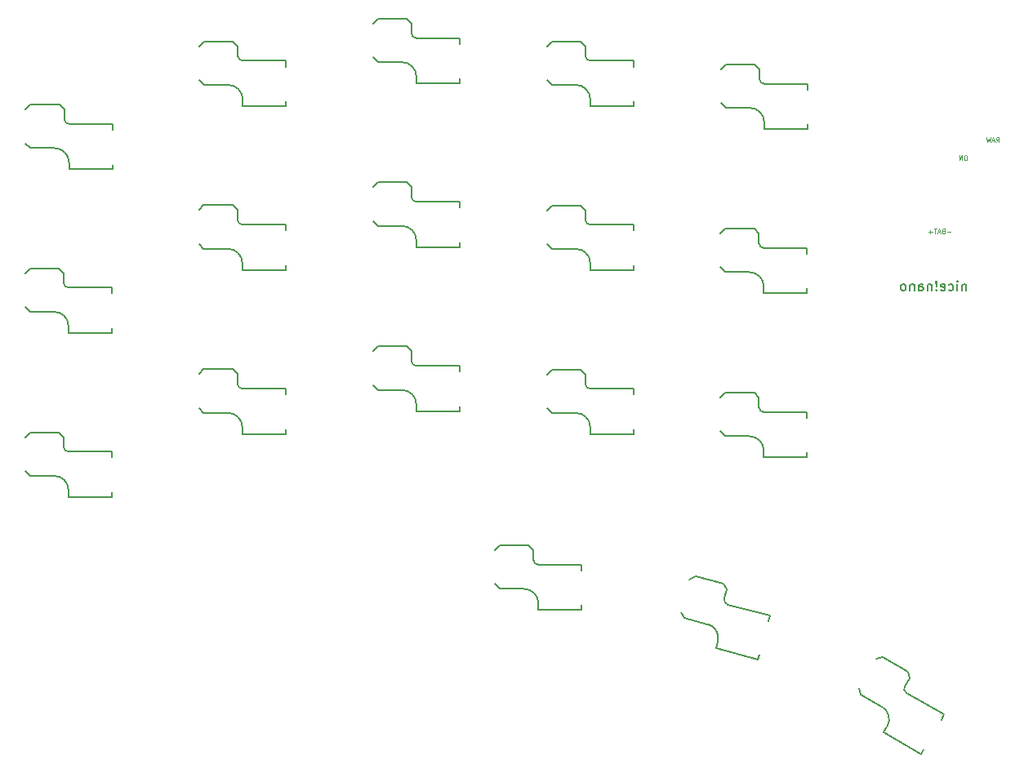
<source format=gbr>
%TF.GenerationSoftware,KiCad,Pcbnew,8.0.4*%
%TF.CreationDate,2024-09-02T16:48:55+07:00*%
%TF.ProjectId,cc36-rounded,63633336-2d72-46f7-956e-6465642e6b69,rev?*%
%TF.SameCoordinates,Original*%
%TF.FileFunction,Legend,Bot*%
%TF.FilePolarity,Positive*%
%FSLAX46Y46*%
G04 Gerber Fmt 4.6, Leading zero omitted, Abs format (unit mm)*
G04 Created by KiCad (PCBNEW 8.0.4) date 2024-09-02 16:48:55*
%MOMM*%
%LPD*%
G01*
G04 APERTURE LIST*
%ADD10C,0.125000*%
%ADD11C,0.200000*%
%ADD12C,0.150000*%
G04 APERTURE END LIST*
D10*
X179834761Y-70544333D02*
X179453809Y-70544333D01*
X179049046Y-70472904D02*
X178977618Y-70496714D01*
X178977618Y-70496714D02*
X178953808Y-70520523D01*
X178953808Y-70520523D02*
X178929999Y-70568142D01*
X178929999Y-70568142D02*
X178929999Y-70639571D01*
X178929999Y-70639571D02*
X178953808Y-70687190D01*
X178953808Y-70687190D02*
X178977618Y-70711000D01*
X178977618Y-70711000D02*
X179025237Y-70734809D01*
X179025237Y-70734809D02*
X179215713Y-70734809D01*
X179215713Y-70734809D02*
X179215713Y-70234809D01*
X179215713Y-70234809D02*
X179049046Y-70234809D01*
X179049046Y-70234809D02*
X179001427Y-70258619D01*
X179001427Y-70258619D02*
X178977618Y-70282428D01*
X178977618Y-70282428D02*
X178953808Y-70330047D01*
X178953808Y-70330047D02*
X178953808Y-70377666D01*
X178953808Y-70377666D02*
X178977618Y-70425285D01*
X178977618Y-70425285D02*
X179001427Y-70449095D01*
X179001427Y-70449095D02*
X179049046Y-70472904D01*
X179049046Y-70472904D02*
X179215713Y-70472904D01*
X178739522Y-70591952D02*
X178501427Y-70591952D01*
X178787141Y-70734809D02*
X178620475Y-70234809D01*
X178620475Y-70234809D02*
X178453808Y-70734809D01*
X178358570Y-70234809D02*
X178072856Y-70234809D01*
X178215713Y-70734809D02*
X178215713Y-70234809D01*
X177906190Y-70544333D02*
X177525238Y-70544333D01*
X177715714Y-70734809D02*
X177715714Y-70353857D01*
X181415570Y-62624809D02*
X181320332Y-62624809D01*
X181320332Y-62624809D02*
X181272713Y-62648619D01*
X181272713Y-62648619D02*
X181225094Y-62696238D01*
X181225094Y-62696238D02*
X181201284Y-62791476D01*
X181201284Y-62791476D02*
X181201284Y-62958142D01*
X181201284Y-62958142D02*
X181225094Y-63053380D01*
X181225094Y-63053380D02*
X181272713Y-63101000D01*
X181272713Y-63101000D02*
X181320332Y-63124809D01*
X181320332Y-63124809D02*
X181415570Y-63124809D01*
X181415570Y-63124809D02*
X181463189Y-63101000D01*
X181463189Y-63101000D02*
X181510808Y-63053380D01*
X181510808Y-63053380D02*
X181534617Y-62958142D01*
X181534617Y-62958142D02*
X181534617Y-62791476D01*
X181534617Y-62791476D02*
X181510808Y-62696238D01*
X181510808Y-62696238D02*
X181463189Y-62648619D01*
X181463189Y-62648619D02*
X181415570Y-62624809D01*
X180986998Y-63124809D02*
X180986998Y-62624809D01*
X180986998Y-62624809D02*
X180701284Y-63124809D01*
X180701284Y-63124809D02*
X180701284Y-62624809D01*
D11*
X181417142Y-75989552D02*
X181417142Y-76656219D01*
X181417142Y-76084790D02*
X181369523Y-76037171D01*
X181369523Y-76037171D02*
X181274285Y-75989552D01*
X181274285Y-75989552D02*
X181131428Y-75989552D01*
X181131428Y-75989552D02*
X181036190Y-76037171D01*
X181036190Y-76037171D02*
X180988571Y-76132409D01*
X180988571Y-76132409D02*
X180988571Y-76656219D01*
X180512380Y-76656219D02*
X180512380Y-75989552D01*
X180512380Y-75656219D02*
X180559999Y-75703838D01*
X180559999Y-75703838D02*
X180512380Y-75751457D01*
X180512380Y-75751457D02*
X180464761Y-75703838D01*
X180464761Y-75703838D02*
X180512380Y-75656219D01*
X180512380Y-75656219D02*
X180512380Y-75751457D01*
X179607619Y-76608600D02*
X179702857Y-76656219D01*
X179702857Y-76656219D02*
X179893333Y-76656219D01*
X179893333Y-76656219D02*
X179988571Y-76608600D01*
X179988571Y-76608600D02*
X180036190Y-76560980D01*
X180036190Y-76560980D02*
X180083809Y-76465742D01*
X180083809Y-76465742D02*
X180083809Y-76180028D01*
X180083809Y-76180028D02*
X180036190Y-76084790D01*
X180036190Y-76084790D02*
X179988571Y-76037171D01*
X179988571Y-76037171D02*
X179893333Y-75989552D01*
X179893333Y-75989552D02*
X179702857Y-75989552D01*
X179702857Y-75989552D02*
X179607619Y-76037171D01*
X178798095Y-76608600D02*
X178893333Y-76656219D01*
X178893333Y-76656219D02*
X179083809Y-76656219D01*
X179083809Y-76656219D02*
X179179047Y-76608600D01*
X179179047Y-76608600D02*
X179226666Y-76513361D01*
X179226666Y-76513361D02*
X179226666Y-76132409D01*
X179226666Y-76132409D02*
X179179047Y-76037171D01*
X179179047Y-76037171D02*
X179083809Y-75989552D01*
X179083809Y-75989552D02*
X178893333Y-75989552D01*
X178893333Y-75989552D02*
X178798095Y-76037171D01*
X178798095Y-76037171D02*
X178750476Y-76132409D01*
X178750476Y-76132409D02*
X178750476Y-76227647D01*
X178750476Y-76227647D02*
X179226666Y-76322885D01*
X178321904Y-76560980D02*
X178274285Y-76608600D01*
X178274285Y-76608600D02*
X178321904Y-76656219D01*
X178321904Y-76656219D02*
X178369523Y-76608600D01*
X178369523Y-76608600D02*
X178321904Y-76560980D01*
X178321904Y-76560980D02*
X178321904Y-76656219D01*
X178321904Y-76275266D02*
X178369523Y-75703838D01*
X178369523Y-75703838D02*
X178321904Y-75656219D01*
X178321904Y-75656219D02*
X178274285Y-75703838D01*
X178274285Y-75703838D02*
X178321904Y-76275266D01*
X178321904Y-76275266D02*
X178321904Y-75656219D01*
X177845714Y-75989552D02*
X177845714Y-76656219D01*
X177845714Y-76084790D02*
X177798095Y-76037171D01*
X177798095Y-76037171D02*
X177702857Y-75989552D01*
X177702857Y-75989552D02*
X177560000Y-75989552D01*
X177560000Y-75989552D02*
X177464762Y-76037171D01*
X177464762Y-76037171D02*
X177417143Y-76132409D01*
X177417143Y-76132409D02*
X177417143Y-76656219D01*
X176512381Y-76656219D02*
X176512381Y-76132409D01*
X176512381Y-76132409D02*
X176560000Y-76037171D01*
X176560000Y-76037171D02*
X176655238Y-75989552D01*
X176655238Y-75989552D02*
X176845714Y-75989552D01*
X176845714Y-75989552D02*
X176940952Y-76037171D01*
X176512381Y-76608600D02*
X176607619Y-76656219D01*
X176607619Y-76656219D02*
X176845714Y-76656219D01*
X176845714Y-76656219D02*
X176940952Y-76608600D01*
X176940952Y-76608600D02*
X176988571Y-76513361D01*
X176988571Y-76513361D02*
X176988571Y-76418123D01*
X176988571Y-76418123D02*
X176940952Y-76322885D01*
X176940952Y-76322885D02*
X176845714Y-76275266D01*
X176845714Y-76275266D02*
X176607619Y-76275266D01*
X176607619Y-76275266D02*
X176512381Y-76227647D01*
X176036190Y-75989552D02*
X176036190Y-76656219D01*
X176036190Y-76084790D02*
X175988571Y-76037171D01*
X175988571Y-76037171D02*
X175893333Y-75989552D01*
X175893333Y-75989552D02*
X175750476Y-75989552D01*
X175750476Y-75989552D02*
X175655238Y-76037171D01*
X175655238Y-76037171D02*
X175607619Y-76132409D01*
X175607619Y-76132409D02*
X175607619Y-76656219D01*
X174988571Y-76656219D02*
X175083809Y-76608600D01*
X175083809Y-76608600D02*
X175131428Y-76560980D01*
X175131428Y-76560980D02*
X175179047Y-76465742D01*
X175179047Y-76465742D02*
X175179047Y-76180028D01*
X175179047Y-76180028D02*
X175131428Y-76084790D01*
X175131428Y-76084790D02*
X175083809Y-76037171D01*
X175083809Y-76037171D02*
X174988571Y-75989552D01*
X174988571Y-75989552D02*
X174845714Y-75989552D01*
X174845714Y-75989552D02*
X174750476Y-76037171D01*
X174750476Y-76037171D02*
X174702857Y-76084790D01*
X174702857Y-76084790D02*
X174655238Y-76180028D01*
X174655238Y-76180028D02*
X174655238Y-76465742D01*
X174655238Y-76465742D02*
X174702857Y-76560980D01*
X174702857Y-76560980D02*
X174750476Y-76608600D01*
X174750476Y-76608600D02*
X174845714Y-76656219D01*
X174845714Y-76656219D02*
X174988571Y-76656219D01*
D10*
X184547238Y-61248809D02*
X184713904Y-61010714D01*
X184832952Y-61248809D02*
X184832952Y-60748809D01*
X184832952Y-60748809D02*
X184642476Y-60748809D01*
X184642476Y-60748809D02*
X184594857Y-60772619D01*
X184594857Y-60772619D02*
X184571047Y-60796428D01*
X184571047Y-60796428D02*
X184547238Y-60844047D01*
X184547238Y-60844047D02*
X184547238Y-60915476D01*
X184547238Y-60915476D02*
X184571047Y-60963095D01*
X184571047Y-60963095D02*
X184594857Y-60986904D01*
X184594857Y-60986904D02*
X184642476Y-61010714D01*
X184642476Y-61010714D02*
X184832952Y-61010714D01*
X184356761Y-61105952D02*
X184118666Y-61105952D01*
X184404380Y-61248809D02*
X184237714Y-60748809D01*
X184237714Y-60748809D02*
X184071047Y-61248809D01*
X183952000Y-60748809D02*
X183832952Y-61248809D01*
X183832952Y-61248809D02*
X183737714Y-60891666D01*
X183737714Y-60891666D02*
X183642476Y-61248809D01*
X183642476Y-61248809D02*
X183523429Y-60748809D01*
D12*
%TO.C,SW12*%
X155940000Y-70740000D02*
X156440000Y-70240000D01*
X155940000Y-74240000D02*
X156440000Y-74740000D01*
X156440000Y-70240000D02*
X159440000Y-70240000D01*
X156440000Y-74740000D02*
X158940000Y-74740000D01*
X159440000Y-70240000D02*
X159940000Y-70740000D01*
X159940000Y-71740000D02*
X159940000Y-70740000D01*
X160440000Y-76240000D02*
X160440000Y-76940000D01*
X160440000Y-76940000D02*
X164940000Y-76940000D01*
X164940000Y-72240000D02*
X160440000Y-72240000D01*
X164940000Y-72840000D02*
X164940000Y-72240000D01*
X164940000Y-76940000D02*
X164940000Y-76440000D01*
X158940000Y-74740000D02*
G75*
G02*
X160440000Y-76240000I0J-1500000D01*
G01*
X160440000Y-72240000D02*
G75*
G02*
X159940000Y-71740000I0J500000D01*
G01*
%TO.C,SW10*%
X119910000Y-65940000D02*
X120410000Y-65440000D01*
X119910000Y-69440000D02*
X120410000Y-69940000D01*
X120410000Y-65440000D02*
X123410000Y-65440000D01*
X120410000Y-69940000D02*
X122910000Y-69940000D01*
X123410000Y-65440000D02*
X123910000Y-65940000D01*
X123910000Y-66940000D02*
X123910000Y-65940000D01*
X124410000Y-71440000D02*
X124410000Y-72140000D01*
X124410000Y-72140000D02*
X128910000Y-72140000D01*
X128910000Y-67440000D02*
X124410000Y-67440000D01*
X128910000Y-68040000D02*
X128910000Y-67440000D01*
X128910000Y-72140000D02*
X128910000Y-71640000D01*
X122910000Y-69940000D02*
G75*
G02*
X124410000Y-71440000I0J-1500000D01*
G01*
X124410000Y-67440000D02*
G75*
G02*
X123910000Y-66940000I0J500000D01*
G01*
%TO.C,SW18*%
X155940000Y-87758000D02*
X156440000Y-87258000D01*
X155940000Y-91258000D02*
X156440000Y-91758000D01*
X156440000Y-87258000D02*
X159440000Y-87258000D01*
X156440000Y-91758000D02*
X158940000Y-91758000D01*
X159440000Y-87258000D02*
X159940000Y-87758000D01*
X159940000Y-88758000D02*
X159940000Y-87758000D01*
X160440000Y-93258000D02*
X160440000Y-93958000D01*
X160440000Y-93958000D02*
X164940000Y-93958000D01*
X164940000Y-89257999D02*
X160440000Y-89258000D01*
X164939999Y-89858000D02*
X164940000Y-89257999D01*
X164940000Y-93958000D02*
X164940000Y-93458000D01*
X158940000Y-91758000D02*
G75*
G02*
X160440000Y-93258000I0J-1500000D01*
G01*
X160440000Y-89258000D02*
G75*
G02*
X159940001Y-88758000I0J499999D01*
G01*
%TO.C,SW15*%
X101870000Y-85328000D02*
X102370000Y-84828000D01*
X101870000Y-88828000D02*
X102370000Y-89328000D01*
X102370000Y-84828000D02*
X105370000Y-84828000D01*
X102370000Y-89328000D02*
X104870000Y-89328000D01*
X105370000Y-84828000D02*
X105870000Y-85328000D01*
X105870000Y-86328000D02*
X105870000Y-85328000D01*
X106370000Y-90828000D02*
X106370000Y-91528000D01*
X106370000Y-91528000D02*
X110870000Y-91528000D01*
X110870000Y-86828000D02*
X106370000Y-86828000D01*
X110870000Y-87428000D02*
X110870000Y-86828000D01*
X110870000Y-91528000D02*
X110870000Y-91028000D01*
X104870000Y-89328000D02*
G75*
G02*
X106370000Y-90828000I0J-1500000D01*
G01*
X106370000Y-86828000D02*
G75*
G02*
X105870000Y-86328000I0J500000D01*
G01*
%TO.C,SW21*%
X175235063Y-118391093D02*
G75*
G02*
X175052051Y-117708081I250001J433012D01*
G01*
X172686025Y-119806157D02*
G75*
G02*
X173235064Y-121855195I-749999J-1299038D01*
G01*
X176782178Y-124711413D02*
X177032178Y-124278400D01*
X178832178Y-121160709D02*
X179132178Y-120641093D01*
X179132178Y-120641093D02*
X175235063Y-118391093D01*
X172885064Y-122461412D02*
X176782178Y-124711413D01*
X173235064Y-121855195D02*
X172885064Y-122461412D01*
X175052051Y-117708081D02*
X175552051Y-116842055D01*
X175369038Y-116159043D02*
X175552051Y-116842055D01*
X170520962Y-118556157D02*
X172686025Y-119806157D01*
X172770962Y-114659043D02*
X175369038Y-116159043D01*
X170337949Y-117873144D02*
X170520962Y-118556157D01*
X172087949Y-114842055D02*
X172770962Y-114659043D01*
%TO.C,SW20*%
X152748087Y-106605771D02*
X153360459Y-106252218D01*
X151842220Y-109986511D02*
X152195774Y-110598884D01*
X153360459Y-106252218D02*
X156258237Y-107028675D01*
X152195774Y-110598884D02*
X154610588Y-111245931D01*
X156258237Y-107028675D02*
X156611790Y-107641046D01*
X156352971Y-108606973D02*
X156611790Y-107641046D01*
X155671247Y-113083049D02*
X155490075Y-113759197D01*
X155490075Y-113759197D02*
X159836741Y-114923883D01*
X161053191Y-110384031D02*
X156706525Y-109219345D01*
X160897899Y-110963587D02*
X161053191Y-110384031D01*
X159836741Y-114923883D02*
X159966151Y-114440920D01*
X154610588Y-111245931D02*
G75*
G02*
X155671249Y-113083049I-388228J-1448889D01*
G01*
X156706525Y-109219345D02*
G75*
G02*
X156352972Y-108606973I129409J482962D01*
G01*
%TO.C,SW19*%
X132570000Y-103590000D02*
X133070000Y-103090000D01*
X132570000Y-107090000D02*
X133070000Y-107590000D01*
X133070000Y-103090000D02*
X136070000Y-103090000D01*
X133070000Y-107590000D02*
X135570000Y-107590000D01*
X136070000Y-103090000D02*
X136570000Y-103590000D01*
X136570000Y-104590000D02*
X136570000Y-103590000D01*
X137070000Y-109090000D02*
X137070000Y-109790000D01*
X137070000Y-109790000D02*
X141570000Y-109790000D01*
X141570000Y-105089999D02*
X137070000Y-105090000D01*
X141569999Y-105690000D02*
X141570000Y-105089999D01*
X141570000Y-109790000D02*
X141570000Y-109290000D01*
X135570000Y-107590000D02*
G75*
G02*
X137070000Y-109090000I0J-1500000D01*
G01*
X137070000Y-105090000D02*
G75*
G02*
X136570001Y-104590000I0J499999D01*
G01*
%TO.C,SW17*%
X137954000Y-85350000D02*
X138454000Y-84850000D01*
X137954000Y-88850000D02*
X138454000Y-89350000D01*
X138454000Y-84850000D02*
X141454000Y-84850000D01*
X138454000Y-89350000D02*
X140954000Y-89350000D01*
X141454000Y-84850000D02*
X141954000Y-85350000D01*
X141954000Y-86350000D02*
X141954000Y-85350000D01*
X142454000Y-90850000D02*
X142454000Y-91550000D01*
X142454000Y-91550000D02*
X146954000Y-91550000D01*
X146954000Y-86850000D02*
X142454000Y-86850000D01*
X146954000Y-87450000D02*
X146954000Y-86850000D01*
X146954000Y-91550000D02*
X146954000Y-91050000D01*
X140954000Y-89350000D02*
G75*
G02*
X142454000Y-90850000I0J-1500000D01*
G01*
X142454000Y-86850000D02*
G75*
G02*
X141954000Y-86350000I0J500000D01*
G01*
%TO.C,SW16*%
X119910000Y-82958000D02*
X120410000Y-82458000D01*
X119910000Y-86458000D02*
X120410000Y-86958000D01*
X120410000Y-82458000D02*
X123410000Y-82458000D01*
X120410000Y-86958000D02*
X122910000Y-86958000D01*
X123410000Y-82458000D02*
X123910000Y-82958000D01*
X123910000Y-83958000D02*
X123910000Y-82958000D01*
X124410000Y-88458000D02*
X124410000Y-89158000D01*
X124410000Y-89158000D02*
X128910000Y-89158000D01*
X128910000Y-84458000D02*
X124410000Y-84458000D01*
X128910000Y-85058000D02*
X128910000Y-84458000D01*
X128910000Y-89158000D02*
X128910000Y-88658000D01*
X122910000Y-86958000D02*
G75*
G02*
X124410000Y-88458000I0J-1500000D01*
G01*
X124410000Y-84458000D02*
G75*
G02*
X123910000Y-83958000I0J500000D01*
G01*
%TO.C,SW14*%
X83852000Y-91868000D02*
X84352000Y-91368000D01*
X83852000Y-95368000D02*
X84352000Y-95868000D01*
X84352000Y-91368000D02*
X87352000Y-91368000D01*
X84352000Y-95868000D02*
X86852000Y-95868000D01*
X87352000Y-91368000D02*
X87852000Y-91868000D01*
X87852000Y-92868000D02*
X87852000Y-91868000D01*
X88352000Y-97368000D02*
X88352000Y-98068000D01*
X88352000Y-98068000D02*
X92852000Y-98068000D01*
X92852000Y-93368000D02*
X88352000Y-93368000D01*
X92852000Y-93968000D02*
X92852000Y-93368000D01*
X92852000Y-98068000D02*
X92852000Y-97568000D01*
X86852000Y-95868000D02*
G75*
G02*
X88352000Y-97368000I0J-1500000D01*
G01*
X88352000Y-93368000D02*
G75*
G02*
X87852000Y-92868000I0J500000D01*
G01*
%TO.C,SW11*%
X137954000Y-68332000D02*
X138454000Y-67832000D01*
X137954000Y-71832000D02*
X138454000Y-72332000D01*
X138454000Y-67832000D02*
X141454000Y-67832000D01*
X138454000Y-72332000D02*
X140954000Y-72332000D01*
X141454000Y-67832000D02*
X141954000Y-68332000D01*
X141954000Y-69332000D02*
X141954000Y-68332000D01*
X142454000Y-73832000D02*
X142454000Y-74532000D01*
X142454000Y-74532000D02*
X146954000Y-74532000D01*
X146954000Y-69832000D02*
X142454000Y-69832000D01*
X146954000Y-70432000D02*
X146954000Y-69832000D01*
X146954000Y-74532000D02*
X146954000Y-74032000D01*
X140954000Y-72332000D02*
G75*
G02*
X142454000Y-73832000I0J-1500000D01*
G01*
X142454000Y-69832000D02*
G75*
G02*
X141954000Y-69332000I0J500000D01*
G01*
%TO.C,SW9*%
X101870000Y-68310000D02*
X102370000Y-67810000D01*
X101870000Y-71810000D02*
X102370000Y-72310000D01*
X102370000Y-67810000D02*
X105370000Y-67810000D01*
X102370000Y-72310000D02*
X104870000Y-72310000D01*
X105370000Y-67810000D02*
X105870000Y-68310000D01*
X105870000Y-69310000D02*
X105870000Y-68310000D01*
X106370000Y-73810000D02*
X106370000Y-74510000D01*
X106370000Y-74510000D02*
X110870000Y-74510000D01*
X110870000Y-69810000D02*
X106370000Y-69810000D01*
X110870000Y-70410000D02*
X110870000Y-69810000D01*
X110870000Y-74510000D02*
X110870000Y-74010000D01*
X104870000Y-72310000D02*
G75*
G02*
X106370000Y-73810000I0J-1500000D01*
G01*
X106370000Y-69810000D02*
G75*
G02*
X105870000Y-69310000I0J500000D01*
G01*
%TO.C,SW8*%
X83852000Y-74850000D02*
X84352000Y-74350000D01*
X83852000Y-78350000D02*
X84352000Y-78850000D01*
X84352000Y-74350000D02*
X87352000Y-74350000D01*
X84352000Y-78850000D02*
X86852000Y-78850000D01*
X87352000Y-74350000D02*
X87852000Y-74850000D01*
X87852000Y-75850000D02*
X87852000Y-74850000D01*
X88352000Y-80350000D02*
X88352000Y-81050000D01*
X88352000Y-81050000D02*
X92852000Y-81050000D01*
X92852000Y-76350000D02*
X88352000Y-76350000D01*
X92852000Y-76950000D02*
X92852000Y-76350000D01*
X92852000Y-81050000D02*
X92852000Y-80550000D01*
X86852000Y-78850000D02*
G75*
G02*
X88352000Y-80350000I0J-1500000D01*
G01*
X88352000Y-76350000D02*
G75*
G02*
X87852000Y-75850000I0J500000D01*
G01*
%TO.C,SW6*%
X155988000Y-53700000D02*
X156488000Y-53200000D01*
X155988000Y-57200000D02*
X156488000Y-57700000D01*
X156488000Y-53200000D02*
X159488000Y-53200000D01*
X156488000Y-57700000D02*
X158988000Y-57700000D01*
X159488000Y-53200000D02*
X159988000Y-53700000D01*
X159988000Y-54700000D02*
X159988000Y-53700000D01*
X160488000Y-59200000D02*
X160488000Y-59900000D01*
X160488000Y-59900000D02*
X164988000Y-59900000D01*
X164988000Y-55200000D02*
X160488000Y-55200000D01*
X164988000Y-55800000D02*
X164988000Y-55200000D01*
X164988000Y-59900000D02*
X164988000Y-59400000D01*
X158988000Y-57700000D02*
G75*
G02*
X160488000Y-59200000I0J-1500000D01*
G01*
X160488000Y-55200000D02*
G75*
G02*
X159988000Y-54700000I0J500000D01*
G01*
%TO.C,SW5*%
X137954000Y-51320000D02*
X138454000Y-50820000D01*
X137954000Y-54820000D02*
X138454000Y-55320000D01*
X138454000Y-50820000D02*
X141454000Y-50820000D01*
X138454000Y-55320000D02*
X140954000Y-55320000D01*
X141454000Y-50820000D02*
X141954000Y-51320000D01*
X141954000Y-52320000D02*
X141954000Y-51320000D01*
X142454000Y-56820000D02*
X142454000Y-57520000D01*
X142454000Y-57520000D02*
X146954000Y-57520000D01*
X146954000Y-52820000D02*
X142454000Y-52820000D01*
X146954000Y-53420000D02*
X146954000Y-52820000D01*
X146954000Y-57520000D02*
X146954000Y-57020000D01*
X140954000Y-55320000D02*
G75*
G02*
X142454000Y-56820000I0J-1500000D01*
G01*
X142454000Y-52820000D02*
G75*
G02*
X141954000Y-52320000I0J500000D01*
G01*
%TO.C,SW4*%
X119910000Y-48960000D02*
X120410000Y-48460000D01*
X119910000Y-52460000D02*
X120410000Y-52960000D01*
X120410000Y-48460000D02*
X123410000Y-48460000D01*
X120410000Y-52960000D02*
X122910000Y-52960000D01*
X123410000Y-48460000D02*
X123910000Y-48960000D01*
X123910000Y-49960000D02*
X123910000Y-48960000D01*
X124410000Y-54460000D02*
X124410000Y-55160000D01*
X124410000Y-55160000D02*
X128910000Y-55160000D01*
X128910000Y-50460000D02*
X124410000Y-50460000D01*
X128910000Y-51060000D02*
X128910000Y-50460000D01*
X128910000Y-55160000D02*
X128910000Y-54660000D01*
X122910000Y-52960000D02*
G75*
G02*
X124410000Y-54460000I0J-1500000D01*
G01*
X124410000Y-50460000D02*
G75*
G02*
X123910000Y-49960000I0J500000D01*
G01*
%TO.C,SW3*%
X101910000Y-51320000D02*
X102410000Y-50820000D01*
X101910000Y-54820000D02*
X102410000Y-55320000D01*
X102410000Y-50820000D02*
X105410000Y-50820000D01*
X102410000Y-55320000D02*
X104910000Y-55320000D01*
X105410000Y-50820000D02*
X105910000Y-51320000D01*
X105910000Y-52320000D02*
X105910000Y-51320000D01*
X106410000Y-56820000D02*
X106410000Y-57520000D01*
X106410000Y-57520000D02*
X110910000Y-57520000D01*
X110910000Y-52820000D02*
X106410000Y-52820000D01*
X110910000Y-53420000D02*
X110910000Y-52820000D01*
X110910000Y-57520000D02*
X110910000Y-57020000D01*
X104910000Y-55320000D02*
G75*
G02*
X106410000Y-56820000I0J-1500000D01*
G01*
X106410000Y-52820000D02*
G75*
G02*
X105910000Y-52320000I0J500000D01*
G01*
%TO.C,SW2*%
X83910000Y-57880000D02*
X84410000Y-57380000D01*
X83910000Y-61380000D02*
X84410000Y-61880000D01*
X84410000Y-57380000D02*
X87410000Y-57380000D01*
X84410000Y-61880000D02*
X86910000Y-61880000D01*
X87410000Y-57380000D02*
X87910000Y-57880000D01*
X87910000Y-58880000D02*
X87910000Y-57880000D01*
X88410000Y-63380000D02*
X88410000Y-64080000D01*
X88410000Y-64080000D02*
X92910000Y-64080000D01*
X92910000Y-59380000D02*
X88410000Y-59380000D01*
X92910000Y-59980000D02*
X92910000Y-59380000D01*
X92910000Y-64080000D02*
X92910000Y-63580000D01*
X86910000Y-61880000D02*
G75*
G02*
X88410000Y-63380000I0J-1500000D01*
G01*
X88410000Y-59380000D02*
G75*
G02*
X87910000Y-58880000I0J500000D01*
G01*
%TD*%
M02*

</source>
